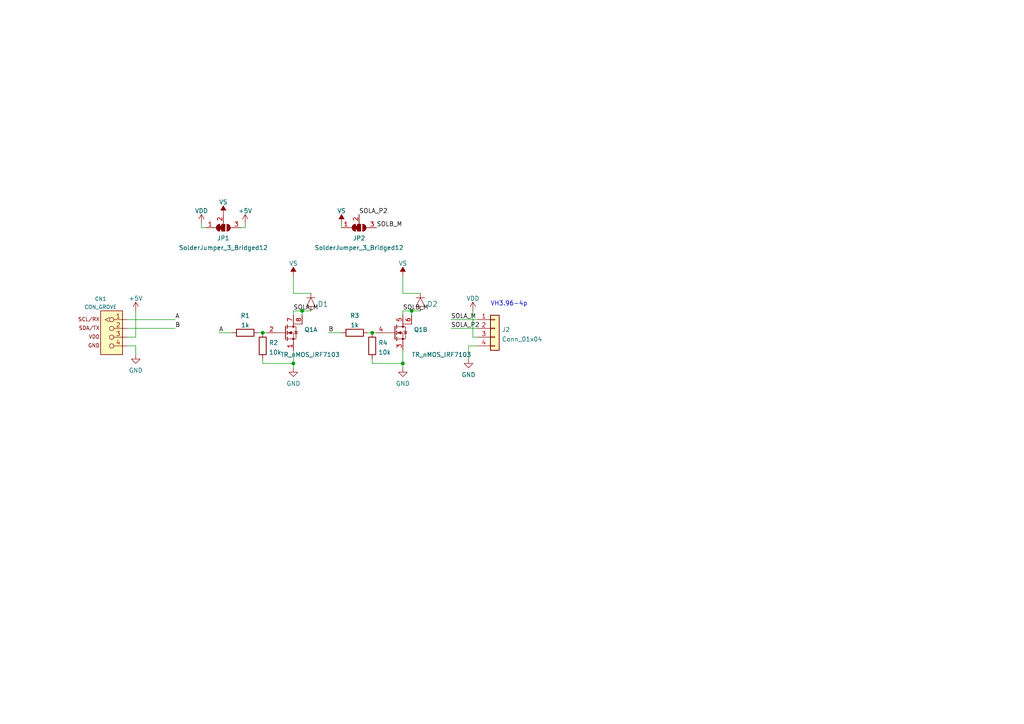
<source format=kicad_sch>
(kicad_sch (version 20211123) (generator eeschema)
  (paper "A4")
  (lib_symbols
    (symbol "Connector_Generic:Conn_01x04" (pin_names (offset 1.016) hide)
      (property "Reference" "J" (at 0 5.08 0))
      (property "Value" "Conn_01x04" (at 0 -7.62 0))
      (symbol "Conn_01x04_1_1"
        (rectangle (start -1.27 -4.953) (end 0 -5.207) (stroke (width 0.1524)))
        (rectangle (start -1.27 -2.413) (end 0 -2.667) (stroke (width 0.1524)))
        (rectangle (start -1.27 0.127) (end 0 -0.127) (stroke (width 0.1524)))
        (rectangle (start -1.27 2.667) (end 0 2.413) (stroke (width 0.1524)))
        (rectangle (start -1.27 3.81) (end 1.27 -6.35) (stroke (width 0.254)) (fill (type background)))
        (pin passive line (at -5.08 2.54 0) (length 3.81) (name "Pin_1") (number "1"))
        (pin passive line (at -5.08 0 0) (length 3.81) (name "Pin_2") (number "2"))
        (pin passive line (at -5.08 -2.54 0) (length 3.81) (name "Pin_3") (number "3"))
        (pin passive line (at -5.08 -5.08 0) (length 3.81) (name "Pin_4") (number "4"))
      )
    )
    (symbol "Device:R" (pin_numbers hide) (pin_names (offset 0))
      (property "Reference" "R" (at 2.032 0 90))
      (property "Value" "R" (at 0 0 90))
      (symbol "R_0_1"
        (rectangle (start -1.016 -2.54) (end 1.016 2.54) (stroke (width 0.254)))
      )
      (symbol "R_1_1"
        (pin passive line (at 0 3.81 270) (length 1.27) (name "~") (number "1"))
        (pin passive line (at 0 -3.81 90) (length 1.27) (name "~") (number "2"))
      )
    )
    (symbol "Jumper:SolderJumper_3_Bridged12" (pin_names (offset 0) hide)
      (property "Reference" "JP" (at -2.54 -2.54 0))
      (property "Value" "SolderJumper_3_Bridged12" (at 0 2.794 0))
      (symbol "SolderJumper_3_Bridged12_0_1"
        (rectangle (start -1.016 0.508) (end -0.508 -0.508) (fill (type outline)))
        (arc (start -1.016 1.016) (mid -2.032 0) (end -1.016 -1.016))
        (arc (start -1.016 1.016) (mid -2.032 0) (end -1.016 -1.016) (fill (type outline)))
        (rectangle (start -0.508 1.016) (end 0.508 -1.016) (fill (type outline)))
        (polyline (pts (xy -2.54 0) (xy -2.032 0)))
        (polyline (pts (xy -1.016 1.016) (xy -1.016 -1.016)))
        (polyline (pts (xy 0 -1.27) (xy 0 -1.016)))
        (polyline (pts (xy 1.016 1.016) (xy 1.016 -1.016)))
        (polyline (pts (xy 2.54 0) (xy 2.032 0)))
        (arc (start 1.016 -1.016) (mid 2.032 0) (end 1.016 1.016))
        (arc (start 1.016 -1.016) (mid 2.032 0) (end 1.016 1.016) (fill (type outline)))
      )
      (symbol "SolderJumper_3_Bridged12_1_1"
        (pin passive line (at -5.08 0 0) (length 2.54) (name "A") (number "1"))
        (pin input line (at 0 -3.81 90) (length 2.54) (name "C") (number "2"))
        (pin passive line (at 5.08 0 180) (length 2.54) (name "B") (number "3"))
      )
    )
    (symbol "akita:CON_GROVE" (pin_names (offset 1.016))
      (property "Reference" "CN" (at 0 3.81 0))
      (property "Value" "CON_GROVE" (at 3.81 -5.08 90))
      (symbol "CON_GROVE_1_0"
        (text "GND" (at 5.334 -5.588 0) (effects (font (size 1.0668 1.0668)) (justify left bottom)))
        (text "SCL/RX" (at 5.334 2.032 0) (effects (font (size 1.0668 1.0668)) (justify left bottom)))
        (text "SDA/TX" (at 5.334 -0.508 0) (effects (font (size 1.0668 1.0668)) (justify left bottom)))
        (text "VDD" (at 5.334 -3.048 0) (effects (font (size 1.0668 1.0668)) (justify left bottom)))
        (pin bidirectional inverted_clock (at -2.54 2.54 0) (length 5.08) (name "1") (number "1"))
        (pin bidirectional inverted (at -2.54 0 0) (length 5.08) (name "2") (number "2"))
        (pin bidirectional inverted (at -2.54 -2.54 0) (length 5.08) (name "3") (number "3"))
        (pin bidirectional inverted (at -2.54 -5.08 0) (length 5.08) (name "4") (number "4"))
      )
      (symbol "CON_GROVE_1_1"
        (rectangle (start -1.27 5.08) (end 5.08 -7.62) (stroke (width 0.2032)) (fill (type background)))
      )
    )
    (symbol "akita:DIODE" (pin_names (offset 1.016))
      (property "Reference" "D" (at -2.54 2.54 0))
      (symbol "DIODE_1_0"
        (polyline (pts (xy -2.54 0) (xy -1.27 0)))
        (polyline (pts (xy -1.27 -1.27) (xy 1.27 0)))
        (polyline (pts (xy -1.27 0) (xy -1.27 -1.27)))
        (polyline (pts (xy -1.27 1.27) (xy -1.27 0)))
        (polyline (pts (xy 1.27 0) (xy -1.27 1.27)))
        (polyline (pts (xy 1.27 0) (xy 1.27 -1.27)))
        (polyline (pts (xy 1.27 1.27) (xy 1.27 0)))
        (polyline (pts (xy 2.54 0) (xy 1.27 0)))
        (pin passive line (at -2.54 0 0) (length 0) (name "A") (number "A"))
        (pin passive line (at 2.54 0 180) (length 0) (name "K") (number "K"))
      )
    )
    (symbol "akita:TR_nMOS_IRF7103" (pin_names hide)
      (property "Reference" "Q" (at 5.08 1.905 0))
      (property "Value" "TR_nMOS_IRF7103" (at 5.08 0 0))
      (symbol "TR_nMOS_IRF7103_0_1"
        (polyline (pts (xy 0.254 0) (xy -2.54 0)))
        (polyline (pts (xy 0.254 1.905) (xy 0.254 -1.905)) (stroke (width 0.254)))
        (polyline (pts (xy 0.762 -1.27) (xy 0.762 -2.286)) (stroke (width 0.254)))
        (polyline (pts (xy 0.762 0.508) (xy 0.762 -0.508)) (stroke (width 0.254)))
        (polyline (pts (xy 0.762 2.286) (xy 0.762 1.27)) (stroke (width 0.254)))
        (polyline (pts (xy 2.54 2.54) (xy 2.54 1.778)))
        (polyline (pts (xy 5.08 2.54) (xy 2.54 2.54)))
        (polyline (pts (xy 2.54 -2.54) (xy 2.54 0) (xy 0.762 0)))
        (polyline (pts (xy 0.762 -1.778) (xy 3.302 -1.778) (xy 3.302 1.778) (xy 0.762 1.778)))
        (polyline (pts (xy 1.016 0) (xy 2.032 0.381) (xy 2.032 -0.381) (xy 1.016 0)) (fill (type outline)))
        (polyline (pts (xy 2.794 0.508) (xy 2.921 0.381) (xy 3.683 0.381) (xy 3.81 0.254)))
        (polyline (pts (xy 3.302 0.381) (xy 2.921 -0.254) (xy 3.683 -0.254) (xy 3.302 0.381)))
        (circle (center 2.54 -1.778) (radius 0.254) (fill (type outline)))
        (circle (center 2.54 1.778) (radius 0.254) (fill (type outline)))
      )
      (symbol "TR_nMOS_IRF7103_1_1"
        (pin passive line (at 2.54 -5.08 90) (length 2.54) (name "S") (number "1"))
        (pin input line (at -5.08 0 0) (length 2.54) (name "G") (number "2"))
        (pin passive line (at 2.54 5.08 270) (length 2.54) (name "D") (number "7"))
        (pin passive line (at 5.08 5.08 270) (length 2.54) (name "D2") (number "8"))
      )
      (symbol "TR_nMOS_IRF7103_2_1"
        (pin passive line (at 2.54 -5.08 90) (length 2.54) (name "S") (number "3"))
        (pin input line (at -5.08 0 0) (length 2.54) (name "G") (number "4"))
        (pin passive line (at 2.54 5.08 270) (length 2.54) (name "D") (number "5"))
        (pin passive line (at 5.08 5.08 270) (length 2.54) (name "D2") (number "6"))
      )
    )
    (symbol "power:+5V" (power) (pin_names (offset 0))
      (property "Value" "+5V" (at 0 3.556 0))
      (symbol "+5V_0_1"
        (polyline (pts (xy -0.762 1.27) (xy 0 2.54)))
        (polyline (pts (xy 0 0) (xy 0 2.54)))
        (polyline (pts (xy 0 2.54) (xy 0.762 1.27)))
      )
      (symbol "+5V_1_1"
        (pin power_in line (at 0 0 90) (length 0) hide (name "+5V") (number "1"))
      )
    )
    (symbol "power:GND" (power) (pin_names (offset 0))
      (property "Value" "GND" (at 0 -3.81 0))
      (symbol "GND_0_1"
        (polyline (pts (xy 0 0) (xy 0 -1.27) (xy 1.27 -1.27) (xy 0 -2.54) (xy -1.27 -1.27) (xy 0 -1.27)))
      )
      (symbol "GND_1_1"
        (pin power_in line (at 0 0 270) (length 0) hide (name "GND") (number "1"))
      )
    )
    (symbol "power:VDD" (power) (pin_names (offset 0))
      (property "Value" "VDD" (at 0 3.81 0))
      (symbol "VDD_0_1"
        (polyline (pts (xy -0.762 1.27) (xy 0 2.54)))
        (polyline (pts (xy 0 0) (xy 0 2.54)))
        (polyline (pts (xy 0 2.54) (xy 0.762 1.27)))
      )
      (symbol "VDD_1_1"
        (pin power_in line (at 0 0 90) (length 0) hide (name "VDD") (number "1"))
      )
    )
    (symbol "power:VS" (power) (pin_names (offset 0))
      (property "Value" "VS" (at 0 3.81 0))
      (symbol "VS_0_1"
        (polyline (pts (xy 0 0) (xy 0 2.54)))
        (polyline (pts (xy 0.762 1.27) (xy -0.762 1.27) (xy 0 2.54) (xy 0.762 1.27)) (fill (type outline)))
      )
      (symbol "VS_1_1"
        (pin power_in line (at 0 0 90) (length 0) hide (name "VS") (number "1"))
      )
    )
  )
  (junction (at 107.95 96.52))
  (junction (at 76.2 96.52))
  (junction (at 119.38 90.17))
  (junction (at 87.63 90.17))
  (junction (at 116.84 105.41))
  (junction (at 85.09 105.41))
  (wire (pts (xy 39.37 90.17) (xy 39.37 97.79)))
  (wire (pts (xy 106.68 96.52) (xy 107.95 96.52)))
  (wire (pts (xy 71.12 66.04) (xy 71.12 64.77)))
  (wire (pts (xy 74.93 96.52) (xy 76.2 96.52)))
  (wire (pts (xy 36.83 97.79) (xy 39.37 97.79)))
  (wire (pts (xy 90.17 85.09) (xy 85.09 85.09)))
  (wire (pts (xy 119.38 90.17) (xy 119.38 91.44)))
  (wire (pts (xy 85.09 90.17) (xy 85.09 91.44)))
  (wire (pts (xy 121.92 90.17) (xy 119.38 90.17)))
  (wire (pts (xy 107.95 105.41) (xy 107.95 104.14)))
  (wire (pts (xy 107.95 96.52) (xy 109.22 96.52)))
  (wire (pts (xy 130.81 95.25) (xy 138.43 95.25)))
  (wire (pts (xy 116.84 105.41) (xy 116.84 101.6)))
  (wire (pts (xy 135.89 100.33) (xy 135.89 104.14)))
  (wire (pts (xy 87.63 90.17) (xy 87.63 91.44)))
  (wire (pts (xy 59.69 66.04) (xy 58.42 66.04)))
  (wire (pts (xy 116.84 105.41) (xy 107.95 105.41)))
  (wire (pts (xy 87.63 90.17) (xy 85.09 90.17)))
  (wire (pts (xy 85.09 105.41) (xy 76.2 105.41)))
  (wire (pts (xy 130.81 92.71) (xy 138.43 92.71)))
  (wire (pts (xy 36.83 100.33) (xy 39.37 100.33)))
  (wire (pts (xy 137.16 97.79) (xy 137.16 90.17)))
  (wire (pts (xy 63.5 96.52) (xy 67.31 96.52)))
  (wire (pts (xy 85.09 85.09) (xy 85.09 80.01)))
  (wire (pts (xy 90.17 90.17) (xy 87.63 90.17)))
  (wire (pts (xy 69.85 66.04) (xy 71.12 66.04)))
  (wire (pts (xy 58.42 66.04) (xy 58.42 64.77)))
  (wire (pts (xy 116.84 85.09) (xy 116.84 80.01)))
  (wire (pts (xy 121.92 85.09) (xy 116.84 85.09)))
  (wire (pts (xy 36.83 95.25) (xy 50.8 95.25)))
  (wire (pts (xy 116.84 90.17) (xy 116.84 91.44)))
  (wire (pts (xy 85.09 106.68) (xy 85.09 105.41)))
  (wire (pts (xy 85.09 105.41) (xy 85.09 101.6)))
  (wire (pts (xy 116.84 106.68) (xy 116.84 105.41)))
  (wire (pts (xy 76.2 105.41) (xy 76.2 104.14)))
  (wire (pts (xy 138.43 97.79) (xy 137.16 97.79)))
  (wire (pts (xy 95.25 96.52) (xy 99.06 96.52)))
  (wire (pts (xy 36.83 92.71) (xy 50.8 92.71)))
  (wire (pts (xy 138.43 100.33) (xy 135.89 100.33)))
  (wire (pts (xy 99.06 64.77) (xy 99.06 66.04)))
  (wire (pts (xy 119.38 90.17) (xy 116.84 90.17)))
  (wire (pts (xy 76.2 96.52) (xy 77.47 96.52)))
  (wire (pts (xy 39.37 100.33) (xy 39.37 102.87)))
  (text "VH3.96-4p" (at 142.24 88.9 0) (effects (font (size 1.27 1.27)) (justify left bottom)))
  (label "SOLB_M" (at 116.84 90.17 0))
  (label "SOLA_M" (at 85.09 90.17 0))
  (label "SOLA_P2" (at 130.81 95.25 0))
  (label "A" (at 50.8 92.71 0))
  (label "SOLB_M" (at 109.22 66.04 0))
  (label "SOLA_M" (at 130.81 92.71 0))
  (label "SOLA_P2" (at 104.14 62.23 0))
  (label "A" (at 63.5 96.52 0))
  (label "B" (at 95.25 96.52 0))
  (label "B" (at 50.8 95.25 0))
  (symbol (lib_id "power:+5V") (at 71.12 64.77 0) (unit 1)
    (property "Reference" "#PWR01" (effects hide))
    (property "Value" "+5V" (at 71.12 61.1655 0))
  )
  (symbol (lib_id "Device:R") (at 107.95 100.33 180) (unit 1)
    (property "Reference" "R4" (at 109.728 99.4215 0) (effects (justify right)))
    (property "Value" "10k" (at 109.728 102.1966 0) (effects (justify right)))
    (property "Footprint" "Resistor_SMD:R_0603_1608Metric" (effects hide))
  )
  (symbol (lib_id "Device:R") (at 76.2 100.33 180) (unit 1)
    (property "Reference" "R2" (at 77.978 99.4215 0) (effects (justify right)))
    (property "Value" "10k" (at 77.978 102.1966 0) (effects (justify right)))
    (property "Footprint" "Resistor_SMD:R_0603_1608Metric" (effects hide))
  )
  (symbol (lib_id "power:VS") (at 85.09 80.01 0) (unit 1)
    (property "Reference" "#PWR06" (effects hide))
    (property "Value" "VS" (at 85.09 76.4055 0))
  )
  (symbol (lib_id "akita:TR_nMOS_IRF7103") (at 82.55 96.52 0) (unit 1)
    (property "Reference" "Q1" (at 88.265 95.6115 0) (effects (justify left)))
    (property "Value" "TR_nMOS_IRF7103" (at 81.28 102.87 0) (effects (justify left)))
    (property "Footprint" "Package_SO:SO-8_3.9x4.9mm_P1.27mm" (effects hide))
  )
  (symbol (lib_id "power:VS") (at 99.06 64.77 0) (unit 1)
    (property "Reference" "#PWR0101" (effects hide))
    (property "Value" "VS" (at 99.06 61.1655 0))
  )
  (symbol (lib_id "akita:DIODE") (at 121.92 87.63 90) (unit 1)
    (property "Reference" "D2" (at 123.825 88.1952 90) (effects (font (size 1.4986 1.4986)) (justify right)))
    (property "Value" "DIODE" (effects hide))
    (property "Footprint" "akita:D_SOD123FL" (effects hide))
  )
  (symbol (lib_id "power:GND") (at 85.09 106.68 0) (unit 1)
    (property "Reference" "#PWR012" (effects hide))
    (property "Value" "GND" (at 85.09 111.2425 0))
  )
  (symbol (lib_id "akita:CON_GROVE") (at 34.29 95.25 0) (mirror y) (unit 1)
    (property "Reference" "CN1" (at 29.1687 86.6806 0) (effects (font (size 1.0668 1.0668))))
    (property "Value" "CON_GROVE" (at 29.1687 89.0523 0) (effects (font (size 1.0668 1.0668))))
    (property "Footprint" "akita:CON_GROVE_H" (effects hide))
  )
  (symbol (lib_id "power:VS") (at 116.84 80.01 0) (unit 1)
    (property "Reference" "#PWR07" (effects hide))
    (property "Value" "VS" (at 116.84 76.4055 0))
  )
  (symbol (lib_id "Connector_Generic:Conn_01x04") (at 143.51 95.25 0) (unit 1)
    (property "Reference" "J2" (at 145.542 95.6115 0) (effects (justify left)))
    (property "Value" "Conn_01x04" (at 145.542 98.3866 0) (effects (justify left)))
    (property "Footprint" "Connector_JST:JST_VH_S4P-VH_1x04_P3.96mm_Horizontal" (effects hide))
  )
  (symbol (lib_id "power:VS") (at 64.77 62.23 0) (unit 1)
    (property "Reference" "#PWR02" (effects hide))
    (property "Value" "VS" (at 64.77 58.6255 0))
  )
  (symbol (lib_id "Jumper:SolderJumper_3_Bridged12") (at 64.77 66.04 0) (mirror x) (unit 1)
    (property "Reference" "JP1" (at 64.77 69.0785 0))
    (property "Value" "SolderJumper_3_Bridged12" (at 64.77 71.8536 0))
    (property "Footprint" "Jumper:SolderJumper-3_P1.3mm_Bridged2Bar12_Pad1.0x1.5mm" (effects hide))
  )
  (symbol (lib_id "power:VDD") (at 58.42 64.77 0) (unit 1)
    (property "Reference" "#PWR05" (effects hide))
    (property "Value" "VDD" (at 58.42 61.1655 0))
  )
  (symbol (lib_id "power:VDD") (at 137.16 90.17 0) (unit 1)
    (property "Reference" "#PWR020" (effects hide))
    (property "Value" "VDD" (at 137.16 86.5655 0))
  )
  (symbol (lib_id "Device:R") (at 102.87 96.52 90) (unit 1)
    (property "Reference" "R3" (at 102.87 91.5375 90))
    (property "Value" "1k" (at 102.87 94.3126 90))
    (property "Footprint" "Resistor_SMD:R_0603_1608Metric" (effects hide))
  )
  (symbol (lib_id "akita:DIODE") (at 90.17 87.63 90) (unit 1)
    (property "Reference" "D1" (at 92.075 88.1952 90) (effects (font (size 1.4986 1.4986)) (justify right)))
    (property "Value" "DIODE" (effects hide))
    (property "Footprint" "akita:D_SOD123FL" (effects hide))
  )
  (symbol (lib_id "akita:TR_nMOS_IRF7103") (at 114.3 96.52 0) (unit 2)
    (property "Reference" "Q1" (at 120.015 95.6115 0) (effects (justify left)))
    (property "Value" "TR_nMOS_IRF7103" (at 119.38 102.87 0) (effects (justify left)))
    (property "Footprint" "Package_SO:SO-8_3.9x4.9mm_P1.27mm" (effects hide))
  )
  (symbol (lib_id "power:GND") (at 39.37 102.87 0) (unit 1)
    (property "Reference" "#PWR04" (effects hide))
    (property "Value" "GND" (at 39.37 107.4325 0))
  )
  (symbol (lib_id "power:GND") (at 116.84 106.68 0) (unit 1)
    (property "Reference" "#PWR08" (effects hide))
    (property "Value" "GND" (at 116.84 111.2425 0))
  )
  (symbol (lib_id "Jumper:SolderJumper_3_Bridged12") (at 104.14 66.04 0) (mirror x) (unit 1)
    (property "Reference" "JP2" (at 104.14 69.0785 0))
    (property "Value" "SolderJumper_3_Bridged12" (at 104.14 71.8536 0))
    (property "Footprint" "Jumper:SolderJumper-3_P1.3mm_Bridged2Bar12_Pad1.0x1.5mm" (effects hide))
  )
  (symbol (lib_id "power:+5V") (at 39.37 90.17 0) (unit 1)
    (property "Reference" "#PWR03" (effects hide))
    (property "Value" "+5V" (at 39.37 86.5655 0))
  )
  (symbol (lib_id "Device:R") (at 71.12 96.52 90) (unit 1)
    (property "Reference" "R1" (at 71.12 91.5375 90))
    (property "Value" "1k" (at 71.12 94.3126 90))
    (property "Footprint" "Resistor_SMD:R_0603_1608Metric" (effects hide))
  )
  (symbol (lib_id "power:GND") (at 135.89 104.14 0) (unit 1)
    (property "Reference" "#PWR019" (effects hide))
    (property "Value" "GND" (at 135.89 108.7025 0))
  )
)
</source>
